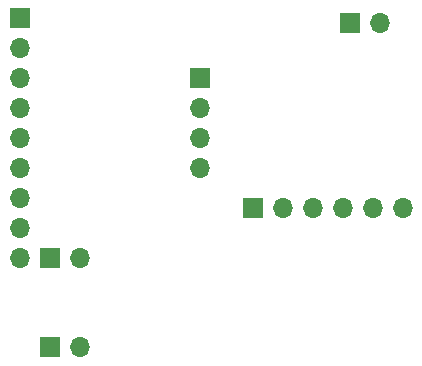
<source format=gbr>
%TF.GenerationSoftware,KiCad,Pcbnew,9.0.0*%
%TF.CreationDate,2025-06-13T13:21:56+01:00*%
%TF.ProjectId,KiCAD_uPicomac3_4,4b694341-445f-4755-9069-636f6d616333,rev?*%
%TF.SameCoordinates,Original*%
%TF.FileFunction,Soldermask,Bot*%
%TF.FilePolarity,Negative*%
%FSLAX46Y46*%
G04 Gerber Fmt 4.6, Leading zero omitted, Abs format (unit mm)*
G04 Created by KiCad (PCBNEW 9.0.0) date 2025-06-13 13:21:56*
%MOMM*%
%LPD*%
G01*
G04 APERTURE LIST*
%ADD10R,1.700000X1.700000*%
%ADD11O,1.700000X1.700000*%
G04 APERTURE END LIST*
D10*
%TO.C,J9*%
X130680000Y-51179301D03*
D11*
X133220000Y-51179301D03*
%TD*%
D10*
%TO.C,J6*%
X118005000Y-55890000D03*
D11*
X118005000Y-58430000D03*
X118005000Y-60970000D03*
X118005000Y-63510000D03*
%TD*%
D10*
%TO.C,J2*%
X122416803Y-66904054D03*
D11*
X124956803Y-66904054D03*
X127496803Y-66904054D03*
X130036803Y-66904054D03*
X132576803Y-66904054D03*
X135116803Y-66904054D03*
%TD*%
D10*
%TO.C,J3*%
X102740000Y-50800000D03*
D11*
X102740000Y-53340000D03*
X102740000Y-55880000D03*
X102740000Y-58420000D03*
X102740000Y-60960000D03*
X102740000Y-63500000D03*
X102740000Y-66040000D03*
X102740000Y-68580000D03*
X102740000Y-71120000D03*
%TD*%
D10*
%TO.C,J4*%
X105280000Y-71130549D03*
D11*
X107820000Y-71130549D03*
%TD*%
D10*
%TO.C,J7*%
X105290735Y-78664243D03*
D11*
X107830735Y-78664243D03*
%TD*%
M02*

</source>
